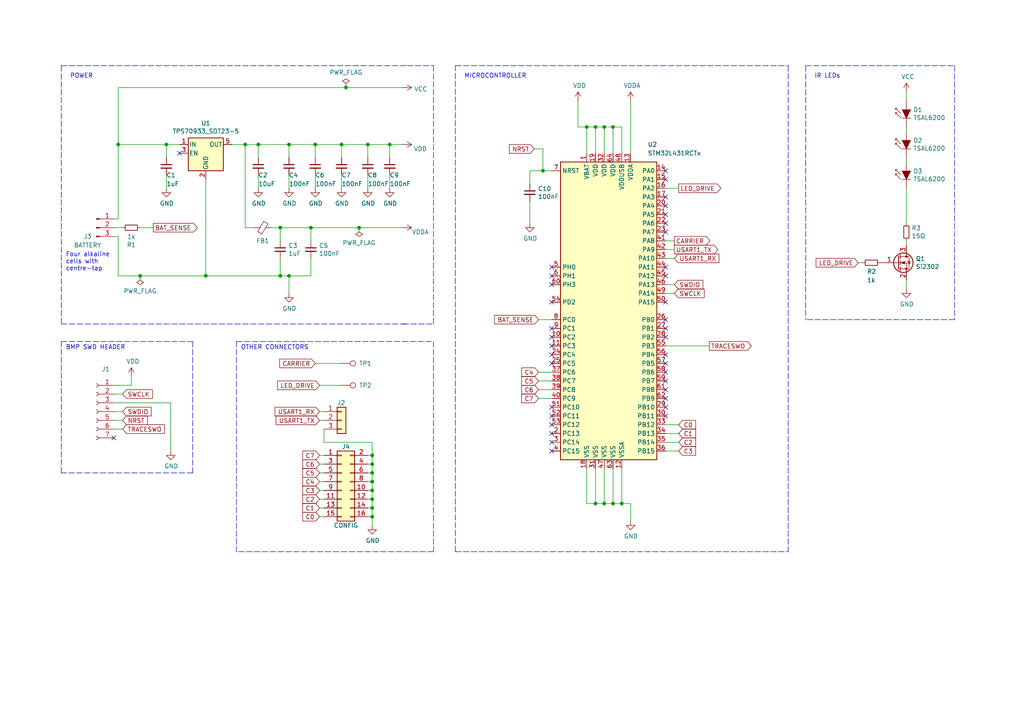
<source format=kicad_sch>
(kicad_sch (version 20211123) (generator eeschema)
  (paper "A4")
  (lib_symbols
    (symbol "00-local:STM32L431RCTx"
      (property "Reference" "U" (at -15.24 44.45 0))
      (property "Value" "STM32L431RCTx" (at 7.62 44.45 0))
      (symbol "STM32L431RCTx_0_1"
        (rectangle (start -15.24 -43.18) (end 12.7 43.18) (stroke (width 0.254)) (fill (type background)))
      )
      (symbol "STM32L431RCTx_1_1"
        (pin power_in line (at -7.62 45.72 270) (length 2.54) (name "VBAT") (number "1"))
        (pin bidirectional line (at -17.78 -7.62 0) (length 2.54) (name "PC2") (number "10"))
        (pin bidirectional line (at -17.78 -10.16 0) (length 2.54) (name "PC3") (number "11"))
        (pin power_in line (at 2.54 -45.72 90) (length 2.54) (name "VSSA") (number "12"))
        (pin power_in line (at 5.08 45.72 270) (length 2.54) (name "VDDA") (number "13"))
        (pin bidirectional line (at 15.24 40.64 180) (length 2.54) (name "PA0") (number "14"))
        (pin bidirectional line (at 15.24 38.1 180) (length 2.54) (name "PA1") (number "15"))
        (pin bidirectional line (at 15.24 35.56 180) (length 2.54) (name "PA2") (number "16"))
        (pin bidirectional line (at 15.24 33.02 180) (length 2.54) (name "PA3") (number "17"))
        (pin power_in line (at -7.62 -45.72 90) (length 2.54) (name "VSS") (number "18"))
        (pin power_in line (at -5.08 45.72 270) (length 2.54) (name "VDD") (number "19"))
        (pin bidirectional line (at -17.78 -35.56 0) (length 2.54) (name "PC13") (number "2"))
        (pin bidirectional line (at 15.24 30.48 180) (length 2.54) (name "PA4") (number "20"))
        (pin bidirectional line (at 15.24 27.94 180) (length 2.54) (name "PA5") (number "21"))
        (pin bidirectional line (at 15.24 25.4 180) (length 2.54) (name "PA6") (number "22"))
        (pin bidirectional line (at 15.24 22.86 180) (length 2.54) (name "PA7") (number "23"))
        (pin bidirectional line (at -17.78 -12.7 0) (length 2.54) (name "PC4") (number "24"))
        (pin bidirectional line (at -17.78 -15.24 0) (length 2.54) (name "PC5") (number "25"))
        (pin bidirectional line (at 15.24 -2.54 180) (length 2.54) (name "PB0") (number "26"))
        (pin bidirectional line (at 15.24 -5.08 180) (length 2.54) (name "PB1") (number "27"))
        (pin bidirectional line (at 15.24 -7.62 180) (length 2.54) (name "PB2") (number "28"))
        (pin bidirectional line (at 15.24 -27.94 180) (length 2.54) (name "PB10") (number "29"))
        (pin bidirectional line (at -17.78 -38.1 0) (length 2.54) (name "PC14") (number "3"))
        (pin bidirectional line (at 15.24 -30.48 180) (length 2.54) (name "PB11") (number "30"))
        (pin power_in line (at -5.08 -45.72 90) (length 2.54) (name "VSS") (number "31"))
        (pin power_in line (at -2.54 45.72 270) (length 2.54) (name "VDD") (number "32"))
        (pin bidirectional line (at 15.24 -33.02 180) (length 2.54) (name "PB12") (number "33"))
        (pin bidirectional line (at 15.24 -35.56 180) (length 2.54) (name "PB13") (number "34"))
        (pin bidirectional line (at 15.24 -38.1 180) (length 2.54) (name "PB14") (number "35"))
        (pin bidirectional line (at 15.24 -40.64 180) (length 2.54) (name "PB15") (number "36"))
        (pin bidirectional line (at -17.78 -17.78 0) (length 2.54) (name "PC6") (number "37"))
        (pin bidirectional line (at -17.78 -20.32 0) (length 2.54) (name "PC7") (number "38"))
        (pin bidirectional line (at -17.78 -22.86 0) (length 2.54) (name "PC8") (number "39"))
        (pin bidirectional line (at -17.78 -40.64 0) (length 2.54) (name "PC15") (number "4"))
        (pin bidirectional line (at -17.78 -25.4 0) (length 2.54) (name "PC9") (number "40"))
        (pin bidirectional line (at 15.24 20.32 180) (length 2.54) (name "PA8") (number "41"))
        (pin bidirectional line (at 15.24 17.78 180) (length 2.54) (name "PA9") (number "42"))
        (pin bidirectional line (at 15.24 15.24 180) (length 2.54) (name "PA10") (number "43"))
        (pin bidirectional line (at 15.24 12.7 180) (length 2.54) (name "PA11") (number "44"))
        (pin bidirectional line (at 15.24 10.16 180) (length 2.54) (name "PA12") (number "45"))
        (pin bidirectional line (at 15.24 7.62 180) (length 2.54) (name "PA13") (number "46"))
        (pin power_in line (at -2.54 -45.72 90) (length 2.54) (name "VSS") (number "47"))
        (pin power_in line (at 2.54 45.72 270) (length 2.54) (name "VDDUSB") (number "48"))
        (pin bidirectional line (at 15.24 5.08 180) (length 2.54) (name "PA14") (number "49"))
        (pin input line (at -17.78 12.7 0) (length 2.54) (name "PH0") (number "5"))
        (pin bidirectional line (at 15.24 2.54 180) (length 2.54) (name "PA15") (number "50"))
        (pin bidirectional line (at -17.78 -27.94 0) (length 2.54) (name "PC10") (number "51"))
        (pin bidirectional line (at -17.78 -30.48 0) (length 2.54) (name "PC11") (number "52"))
        (pin bidirectional line (at -17.78 -33.02 0) (length 2.54) (name "PC12") (number "53"))
        (pin bidirectional line (at -17.78 2.54 0) (length 2.54) (name "PD2") (number "54"))
        (pin bidirectional line (at 15.24 -10.16 180) (length 2.54) (name "PB3") (number "55"))
        (pin bidirectional line (at 15.24 -12.7 180) (length 2.54) (name "PB4") (number "56"))
        (pin bidirectional line (at 15.24 -15.24 180) (length 2.54) (name "PB5") (number "57"))
        (pin bidirectional line (at 15.24 -17.78 180) (length 2.54) (name "PB6") (number "58"))
        (pin bidirectional line (at 15.24 -20.32 180) (length 2.54) (name "PB7") (number "59"))
        (pin input line (at -17.78 10.16 0) (length 2.54) (name "PH1") (number "6"))
        (pin bidirectional line (at -17.78 7.62 0) (length 2.54) (name "PH3") (number "60"))
        (pin bidirectional line (at 15.24 -22.86 180) (length 2.54) (name "PB8") (number "61"))
        (pin bidirectional line (at 15.24 -25.4 180) (length 2.54) (name "PB9") (number "62"))
        (pin power_in line (at 0 -45.72 90) (length 2.54) (name "VSS") (number "63"))
        (pin power_in line (at 0 45.72 270) (length 2.54) (name "VDD") (number "64"))
        (pin input line (at -17.78 40.64 0) (length 2.54) (name "NRST") (number "7"))
        (pin bidirectional line (at -17.78 -2.54 0) (length 2.54) (name "PC0") (number "8"))
        (pin bidirectional line (at -17.78 -5.08 0) (length 2.54) (name "PC1") (number "9"))
      )
    )
    (symbol "00-local:Si2302" (pin_names (offset 0) hide)
      (property "Reference" "Q" (at 5.08 1.905 0))
      (property "Value" "Si2302" (at 5.08 0 0))
      (symbol "Si2302_0_1"
        (polyline (pts (xy 0.762 -1.778) (xy 2.54 -1.778)))
        (polyline (pts (xy 0.762 -1.27) (xy 0.762 -2.286)) (stroke (width 0.254)))
        (polyline (pts (xy 0.762 0) (xy 2.54 0)))
        (polyline (pts (xy 0.762 0.508) (xy 0.762 -0.508)) (stroke (width 0.254)))
        (polyline (pts (xy 0.762 1.778) (xy 2.54 1.778)))
        (polyline (pts (xy 0.762 2.286) (xy 0.762 1.27)) (stroke (width 0.254)))
        (polyline (pts (xy 2.54 -1.778) (xy 2.54 -2.54)))
        (polyline (pts (xy 2.54 -1.778) (xy 2.54 0)))
        (polyline (pts (xy 2.54 2.54) (xy 2.54 1.778)))
        (polyline (pts (xy 0.254 1.905) (xy 0.254 -1.905) (xy 0.254 -1.905)) (stroke (width 0.254)))
        (polyline (pts (xy 1.016 0) (xy 2.032 0.381) (xy 2.032 -0.381) (xy 1.016 0)) (fill (type outline)))
        (polyline (pts (xy 2.54 -1.778) (xy 3.302 -1.778) (xy 3.302 1.778) (xy 2.54 1.778)))
        (polyline (pts (xy 2.794 0.508) (xy 2.921 0.381) (xy 3.683 0.381) (xy 3.81 0.254)))
        (polyline (pts (xy 3.302 0.381) (xy 2.921 -0.254) (xy 3.683 -0.254) (xy 3.302 0.381)))
        (circle (center 1.651 0) (radius 2.8194) (stroke (width 0.254)))
        (circle (center 2.54 -1.778) (radius 0.2794) (fill (type outline)))
        (circle (center 2.54 1.778) (radius 0.2794) (fill (type outline)))
      )
      (symbol "Si2302_1_1"
        (pin input line (at -5.08 0 0) (length 5.334) (name "G") (number "1"))
        (pin passive line (at 2.54 -5.08 90) (length 2.54) (name "S") (number "2"))
        (pin passive line (at 2.54 5.08 270) (length 2.54) (name "D") (number "3"))
      )
    )
    (symbol "00-local:TPS70933_SOT23-5" (pin_names (offset 0.254))
      (property "Reference" "U" (at -3.81 5.715 0))
      (property "Value" "TPS70933_SOT23-5" (at 0 5.715 0))
      (symbol "TPS70933_SOT23-5_0_1"
        (rectangle (start -5.08 4.445) (end 5.08 -5.08) (stroke (width 0.254)) (fill (type background)))
      )
      (symbol "TPS70933_SOT23-5_1_1"
        (pin power_in line (at -7.62 2.54 0) (length 2.54) (name "IN") (number "1"))
        (pin power_in line (at 0 -7.62 90) (length 2.54) (name "GND") (number "2"))
        (pin input line (at -7.62 0 0) (length 2.54) (name "EN") (number "3"))
        (pin no_connect line (at 7.62 0 180) (length 2.54) hide (name "NC") (number "4"))
        (pin power_out line (at 7.62 2.54 180) (length 2.54) (name "OUT") (number "5"))
      )
    )
    (symbol "00-local:TSAL6200" (pin_numbers hide) (pin_names (offset 1.016) hide)
      (property "Reference" "D" (at 0.508 1.778 0))
      (property "Value" "TSAL6200" (at -1.016 -2.794 0))
      (symbol "TSAL6200_0_1"
        (polyline (pts (xy -2.54 1.27) (xy -2.54 -1.27)) (stroke (width 0.1524)))
        (polyline (pts (xy 0.381 3.175) (xy -0.127 3.175)))
        (polyline (pts (xy -1.143 1.651) (xy 0.381 3.175) (xy 0.381 2.667)))
        (polyline (pts (xy 0 1.27) (xy -2.54 0) (xy 0 -1.27)) (fill (type outline)))
        (polyline (pts (xy -2.413 1.651) (xy -0.889 3.175) (xy -0.889 2.667) (xy -0.889 3.175) (xy -1.397 3.175)))
      )
      (symbol "TSAL6200_1_1"
        (pin passive line (at -5.08 0 0) (length 2.54) (name "K") (number "1"))
        (pin passive line (at 2.54 0 180) (length 2.54) (name "A") (number "2"))
      )
    )
    (symbol "Connector:Conn_01x03_Male" (pin_names (offset 1.016) hide)
      (property "Reference" "J" (at 0 5.08 0))
      (property "Value" "Conn_01x03_Male" (at 0 -5.08 0))
      (symbol "Conn_01x03_Male_1_1"
        (polyline (pts (xy 1.27 -2.54) (xy 0.8636 -2.54)) (stroke (width 0.1524)))
        (polyline (pts (xy 1.27 0) (xy 0.8636 0)) (stroke (width 0.1524)))
        (polyline (pts (xy 1.27 2.54) (xy 0.8636 2.54)) (stroke (width 0.1524)))
        (rectangle (start 0.8636 -2.413) (end 0 -2.667) (stroke (width 0.1524)) (fill (type outline)))
        (rectangle (start 0.8636 0.127) (end 0 -0.127) (stroke (width 0.1524)) (fill (type outline)))
        (rectangle (start 0.8636 2.667) (end 0 2.413) (stroke (width 0.1524)) (fill (type outline)))
        (pin passive line (at 5.08 2.54 180) (length 3.81) (name "Pin_1") (number "1"))
        (pin passive line (at 5.08 0 180) (length 3.81) (name "Pin_2") (number "2"))
        (pin passive line (at 5.08 -2.54 180) (length 3.81) (name "Pin_3") (number "3"))
      )
    )
    (symbol "Connector:Conn_01x07_Female" (pin_names (offset 1.016) hide)
      (property "Reference" "J" (at 0 10.16 0))
      (property "Value" "Conn_01x07_Female" (at 0 -10.16 0))
      (symbol "Conn_01x07_Female_1_1"
        (arc (start 0 -7.112) (mid -0.508 -7.62) (end 0 -8.128) (stroke (width 0.1524)))
        (arc (start 0 -4.572) (mid -0.508 -5.08) (end 0 -5.588) (stroke (width 0.1524)))
        (arc (start 0 -2.032) (mid -0.508 -2.54) (end 0 -3.048) (stroke (width 0.1524)))
        (polyline (pts (xy -1.27 -7.62) (xy -0.508 -7.62)) (stroke (width 0.1524)))
        (polyline (pts (xy -1.27 -5.08) (xy -0.508 -5.08)) (stroke (width 0.1524)))
        (polyline (pts (xy -1.27 -2.54) (xy -0.508 -2.54)) (stroke (width 0.1524)))
        (polyline (pts (xy -1.27 0) (xy -0.508 0)) (stroke (width 0.1524)))
        (polyline (pts (xy -1.27 2.54) (xy -0.508 2.54)) (stroke (width 0.1524)))
        (polyline (pts (xy -1.27 5.08) (xy -0.508 5.08)) (stroke (width 0.1524)))
        (polyline (pts (xy -1.27 7.62) (xy -0.508 7.62)) (stroke (width 0.1524)))
        (arc (start 0 0.508) (mid -0.508 0) (end 0 -0.508) (stroke (width 0.1524)))
        (arc (start 0 3.048) (mid -0.508 2.54) (end 0 2.032) (stroke (width 0.1524)))
        (arc (start 0 5.588) (mid -0.508 5.08) (end 0 4.572) (stroke (width 0.1524)))
        (arc (start 0 8.128) (mid -0.508 7.62) (end 0 7.112) (stroke (width 0.1524)))
        (pin passive line (at -5.08 7.62 0) (length 3.81) (name "Pin_1") (number "1"))
        (pin passive line (at -5.08 5.08 0) (length 3.81) (name "Pin_2") (number "2"))
        (pin passive line (at -5.08 2.54 0) (length 3.81) (name "Pin_3") (number "3"))
        (pin passive line (at -5.08 0 0) (length 3.81) (name "Pin_4") (number "4"))
        (pin passive line (at -5.08 -2.54 0) (length 3.81) (name "Pin_5") (number "5"))
        (pin passive line (at -5.08 -5.08 0) (length 3.81) (name "Pin_6") (number "6"))
        (pin passive line (at -5.08 -7.62 0) (length 3.81) (name "Pin_7") (number "7"))
      )
    )
    (symbol "Connector:TestPoint" (pin_numbers hide) (pin_names (offset 0.762) hide)
      (property "Reference" "TP" (at 0 6.858 0))
      (property "Value" "TestPoint" (at 0 5.08 0))
      (symbol "TestPoint_0_1"
        (circle (center 0 3.302) (radius 0.762))
      )
      (symbol "TestPoint_1_1"
        (pin passive line (at 0 0 90) (length 2.54) (name "1") (number "1"))
      )
    )
    (symbol "Connector_Generic:Conn_01x03" (pin_names (offset 1.016) hide)
      (property "Reference" "J" (at 0 5.08 0))
      (property "Value" "Conn_01x03" (at 0 -5.08 0))
      (symbol "Conn_01x03_1_1"
        (rectangle (start -1.27 -2.413) (end 0 -2.667) (stroke (width 0.1524)))
        (rectangle (start -1.27 0.127) (end 0 -0.127) (stroke (width 0.1524)))
        (rectangle (start -1.27 2.667) (end 0 2.413) (stroke (width 0.1524)))
        (rectangle (start -1.27 3.81) (end 1.27 -3.81) (stroke (width 0.254)) (fill (type background)))
        (pin passive line (at -5.08 2.54 0) (length 3.81) (name "Pin_1") (number "1"))
        (pin passive line (at -5.08 0 0) (length 3.81) (name "Pin_2") (number "2"))
        (pin passive line (at -5.08 -2.54 0) (length 3.81) (name "Pin_3") (number "3"))
      )
    )
    (symbol "Connector_Generic:Conn_02x08_Odd_Even" (pin_names (offset 1.016) hide)
      (property "Reference" "J" (at 1.27 10.16 0))
      (property "Value" "Conn_02x08_Odd_Even" (at 1.27 -12.7 0))
      (symbol "Conn_02x08_Odd_Even_1_1"
        (rectangle (start -1.27 -10.033) (end 0 -10.287) (stroke (width 0.1524)))
        (rectangle (start -1.27 -7.493) (end 0 -7.747) (stroke (width 0.1524)))
        (rectangle (start -1.27 -4.953) (end 0 -5.207) (stroke (width 0.1524)))
        (rectangle (start -1.27 -2.413) (end 0 -2.667) (stroke (width 0.1524)))
        (rectangle (start -1.27 0.127) (end 0 -0.127) (stroke (width 0.1524)))
        (rectangle (start -1.27 2.667) (end 0 2.413) (stroke (width 0.1524)))
        (rectangle (start -1.27 5.207) (end 0 4.953) (stroke (width 0.1524)))
        (rectangle (start -1.27 7.747) (end 0 7.493) (stroke (width 0.1524)))
        (rectangle (start -1.27 8.89) (end 3.81 -11.43) (stroke (width 0.254)) (fill (type background)))
        (rectangle (start 3.81 -10.033) (end 2.54 -10.287) (stroke (width 0.1524)))
        (rectangle (start 3.81 -7.493) (end 2.54 -7.747) (stroke (width 0.1524)))
        (rectangle (start 3.81 -4.953) (end 2.54 -5.207) (stroke (width 0.1524)))
        (rectangle (start 3.81 -2.413) (end 2.54 -2.667) (stroke (width 0.1524)))
        (rectangle (start 3.81 0.127) (end 2.54 -0.127) (stroke (width 0.1524)))
        (rectangle (start 3.81 2.667) (end 2.54 2.413) (stroke (width 0.1524)))
        (rectangle (start 3.81 5.207) (end 2.54 4.953) (stroke (width 0.1524)))
        (rectangle (start 3.81 7.747) (end 2.54 7.493) (stroke (width 0.1524)))
        (pin passive line (at -5.08 7.62 0) (length 3.81) (name "Pin_1") (number "1"))
        (pin passive line (at 7.62 -2.54 180) (length 3.81) (name "Pin_10") (number "10"))
        (pin passive line (at -5.08 -5.08 0) (length 3.81) (name "Pin_11") (number "11"))
        (pin passive line (at 7.62 -5.08 180) (length 3.81) (name "Pin_12") (number "12"))
        (pin passive line (at -5.08 -7.62 0) (length 3.81) (name "Pin_13") (number "13"))
        (pin passive line (at 7.62 -7.62 180) (length 3.81) (name "Pin_14") (number "14"))
        (pin passive line (at -5.08 -10.16 0) (length 3.81) (name "Pin_15") (number "15"))
        (pin passive line (at 7.62 -10.16 180) (length 3.81) (name "Pin_16") (number "16"))
        (pin passive line (at 7.62 7.62 180) (length 3.81) (name "Pin_2") (number "2"))
        (pin passive line (at -5.08 5.08 0) (length 3.81) (name "Pin_3") (number "3"))
        (pin passive line (at 7.62 5.08 180) (length 3.81) (name "Pin_4") (number "4"))
        (pin passive line (at -5.08 2.54 0) (length 3.81) (name "Pin_5") (number "5"))
        (pin passive line (at 7.62 2.54 180) (length 3.81) (name "Pin_6") (number "6"))
        (pin passive line (at -5.08 0 0) (length 3.81) (name "Pin_7") (number "7"))
        (pin passive line (at 7.62 0 180) (length 3.81) (name "Pin_8") (number "8"))
        (pin passive line (at -5.08 -2.54 0) (length 3.81) (name "Pin_9") (number "9"))
      )
    )
    (symbol "Device:C_Small" (pin_numbers hide) (pin_names (offset 0.254) hide)
      (property "Reference" "C" (at 0.254 1.778 0))
      (property "Value" "C_Small" (at 0.254 -2.032 0))
      (symbol "C_Small_0_1"
        (polyline (pts (xy -1.524 -0.508) (xy 1.524 -0.508)) (stroke (width 0.3302)))
        (polyline (pts (xy -1.524 0.508) (xy 1.524 0.508)) (stroke (width 0.3048)))
      )
      (symbol "C_Small_1_1"
        (pin passive line (at 0 2.54 270) (length 2.032) (name "~") (number "1"))
        (pin passive line (at 0 -2.54 90) (length 2.032) (name "~") (number "2"))
      )
    )
    (symbol "Device:Ferrite_Bead_Small" (pin_numbers hide) (pin_names (offset 0))
      (property "Reference" "FB" (at 1.905 1.27 0))
      (property "Value" "Device_Ferrite_Bead_Small" (at 1.905 -1.27 0))
      (symbol "Ferrite_Bead_Small_0_1"
        (polyline (pts (xy 0 -1.27) (xy 0 -0.7874)))
        (polyline (pts (xy 0 0.889) (xy 0 1.2954)))
        (polyline (pts (xy -1.8288 0.2794) (xy -1.1176 1.4986) (xy 1.8288 -0.2032) (xy 1.1176 -1.4224) (xy -1.8288 0.2794)))
      )
      (symbol "Ferrite_Bead_Small_1_1"
        (pin passive line (at 0 2.54 270) (length 1.27) (name "~") (number "1"))
        (pin passive line (at 0 -2.54 90) (length 1.27) (name "~") (number "2"))
      )
    )
    (symbol "Device:R_Small" (pin_numbers hide) (pin_names (offset 0.254) hide)
      (property "Reference" "R" (at 0.762 0.508 0))
      (property "Value" "R_Small" (at 0.762 -1.016 0))
      (symbol "R_Small_0_1"
        (rectangle (start -0.762 1.778) (end 0.762 -1.778) (stroke (width 0.2032)))
      )
      (symbol "R_Small_1_1"
        (pin passive line (at 0 2.54 270) (length 0.762) (name "~") (number "1"))
        (pin passive line (at 0 -2.54 90) (length 0.762) (name "~") (number "2"))
      )
    )
    (symbol "power:GND" (power) (pin_names (offset 0))
      (property "Value" "GND" (at 0 -3.81 0))
      (symbol "GND_0_1"
        (polyline (pts (xy 0 0) (xy 0 -1.27) (xy 1.27 -1.27) (xy 0 -2.54) (xy -1.27 -1.27) (xy 0 -1.27)))
      )
      (symbol "GND_1_1"
        (pin power_in line (at 0 0 270) (length 0) hide (name "GND") (number "1"))
      )
    )
    (symbol "power:PWR_FLAG" (power) (pin_numbers hide) (pin_names (offset 0) hide)
      (property "Value" "PWR_FLAG" (at 0 3.81 0))
      (symbol "PWR_FLAG_0_0"
        (pin power_out line (at 0 0 90) (length 0) (name "pwr") (number "1"))
      )
      (symbol "PWR_FLAG_0_1"
        (polyline (pts (xy 0 0) (xy 0 1.27) (xy -1.016 1.905) (xy 0 2.54) (xy 1.016 1.905) (xy 0 1.27)))
      )
    )
    (symbol "power:VCC" (power) (pin_names (offset 0))
      (property "Value" "VCC" (at 0 3.81 0))
      (symbol "VCC_0_1"
        (polyline (pts (xy -0.762 1.27) (xy 0 2.54)))
        (polyline (pts (xy 0 0) (xy 0 2.54)))
        (polyline (pts (xy 0 2.54) (xy 0.762 1.27)))
      )
      (symbol "VCC_1_1"
        (pin power_in line (at 0 0 90) (length 0) hide (name "VCC") (number "1"))
      )
    )
    (symbol "power:VDD" (power) (pin_names (offset 0))
      (property "Value" "VDD" (at 0 3.81 0))
      (symbol "VDD_0_1"
        (polyline (pts (xy -0.762 1.27) (xy 0 2.54)))
        (polyline (pts (xy 0 0) (xy 0 2.54)))
        (polyline (pts (xy 0 2.54) (xy 0.762 1.27)))
      )
      (symbol "VDD_1_1"
        (pin power_in line (at 0 0 90) (length 0) hide (name "VDD") (number "1"))
      )
    )
    (symbol "power:VDDA" (power) (pin_names (offset 0))
      (property "Value" "VDDA" (at 0 3.81 0))
      (symbol "VDDA_0_1"
        (polyline (pts (xy -0.762 1.27) (xy 0 2.54)))
        (polyline (pts (xy 0 0) (xy 0 2.54)))
        (polyline (pts (xy 0 2.54) (xy 0.762 1.27)))
      )
      (symbol "VDDA_1_1"
        (pin power_in line (at 0 0 90) (length 0) hide (name "VDDA") (number "1"))
      )
    )
  )
  (junction (at 180.34 146.05))
  (junction (at 71.12 41.91))
  (junction (at 157.48 49.53))
  (junction (at 74.93 41.91))
  (junction (at 107.95 137.16))
  (junction (at 48.26 41.91))
  (junction (at 172.72 146.05))
  (junction (at 177.8 146.05))
  (junction (at 91.44 41.91))
  (junction (at 177.8 36.83))
  (junction (at 113.03 41.91))
  (junction (at 34.29 41.91))
  (junction (at 40.64 80.01))
  (junction (at 107.95 139.7))
  (junction (at 107.95 132.08))
  (junction (at 83.82 80.01))
  (junction (at 170.18 36.83))
  (junction (at 107.95 149.86))
  (junction (at 175.26 146.05))
  (junction (at 90.17 66.04))
  (junction (at 104.14 66.04))
  (junction (at 83.82 41.91))
  (junction (at 81.28 80.01))
  (junction (at 81.28 66.04))
  (junction (at 106.68 41.91))
  (junction (at 99.06 41.91))
  (junction (at 172.72 36.83))
  (junction (at 100.33 25.4))
  (junction (at 107.95 142.24))
  (junction (at 175.26 36.83))
  (junction (at 107.95 144.78))
  (junction (at 59.69 80.01))
  (junction (at 107.95 134.62))
  (junction (at 107.95 147.32))
  (no_connect (at 193.04 120.65))
  (no_connect (at 193.04 107.95))
  (no_connect (at 193.04 105.41))
  (no_connect (at 160.02 87.63))
  (no_connect (at 193.04 64.77))
  (no_connect (at 193.04 113.03))
  (no_connect (at 193.04 52.07))
  (no_connect (at 160.02 123.19))
  (no_connect (at 52.07 44.45))
  (no_connect (at 193.04 92.71))
  (no_connect (at 160.02 125.73))
  (no_connect (at 160.02 80.01))
  (no_connect (at 193.04 62.23))
  (no_connect (at 160.02 97.79))
  (no_connect (at 193.04 77.47))
  (no_connect (at 33.02 127))
  (no_connect (at 193.04 57.15))
  (no_connect (at 160.02 130.81))
  (no_connect (at 160.02 100.33))
  (no_connect (at 193.04 49.53))
  (no_connect (at 193.04 59.69))
  (no_connect (at 160.02 77.47))
  (no_connect (at 160.02 128.27))
  (no_connect (at 160.02 120.65))
  (no_connect (at 193.04 110.49))
  (no_connect (at 160.02 118.11))
  (no_connect (at 193.04 115.57))
  (no_connect (at 193.04 95.25))
  (no_connect (at 160.02 102.87))
  (no_connect (at 160.02 95.25))
  (no_connect (at 193.04 102.87))
  (no_connect (at 193.04 97.79))
  (no_connect (at 193.04 87.63))
  (no_connect (at 193.04 80.01))
  (no_connect (at 160.02 82.55))
  (no_connect (at 193.04 67.31))
  (no_connect (at 193.04 118.11))
  (no_connect (at 160.02 105.41))
  (wire (pts (xy 33.02 68.58) (xy 34.29 68.58)))
  (wire (pts (xy 107.95 134.62) (xy 107.95 137.16)))
  (wire (pts (xy 48.26 41.91) (xy 48.26 45.72)))
  (wire (pts (xy 113.03 50.8) (xy 113.03 54.61)))
  (wire (pts (xy 205.74 100.33) (xy 193.04 100.33)))
  (wire (pts (xy 182.88 44.45) (xy 182.88 29.21)))
  (wire (pts (xy 193.04 74.93) (xy 195.58 74.93)))
  (polyline (pts (xy 17.78 93.98) (xy 118.11 93.98)))
  (wire (pts (xy 81.28 74.93) (xy 81.28 80.01)))
  (wire (pts (xy 175.26 146.05) (xy 177.8 146.05)))
  (polyline (pts (xy 68.58 99.06) (xy 125.73 99.06)))
  (wire (pts (xy 106.68 149.86) (xy 107.95 149.86)))
  (wire (pts (xy 67.31 41.91) (xy 71.12 41.91)))
  (wire (pts (xy 107.95 132.08) (xy 107.95 134.62)))
  (polyline (pts (xy 55.88 137.16) (xy 17.78 137.16)))
  (polyline (pts (xy 17.78 19.05) (xy 118.11 19.05)))
  (wire (pts (xy 175.26 135.89) (xy 175.26 146.05)))
  (wire (pts (xy 99.06 45.72) (xy 99.06 41.91)))
  (wire (pts (xy 106.68 132.08) (xy 107.95 132.08)))
  (wire (pts (xy 262.89 54.61) (xy 262.89 64.77)))
  (wire (pts (xy 90.17 66.04) (xy 90.17 69.85)))
  (wire (pts (xy 71.12 41.91) (xy 71.12 66.04)))
  (wire (pts (xy 34.29 68.58) (xy 34.29 80.01)))
  (wire (pts (xy 153.67 49.53) (xy 157.48 49.53)))
  (wire (pts (xy 156.21 115.57) (xy 160.02 115.57)))
  (wire (pts (xy 156.21 92.71) (xy 160.02 92.71)))
  (wire (pts (xy 81.28 80.01) (xy 83.82 80.01)))
  (wire (pts (xy 106.68 147.32) (xy 107.95 147.32)))
  (wire (pts (xy 74.93 45.72) (xy 74.93 41.91)))
  (wire (pts (xy 92.71 121.92) (xy 93.98 121.92)))
  (wire (pts (xy 156.21 113.03) (xy 160.02 113.03)))
  (wire (pts (xy 33.02 119.38) (xy 35.56 119.38)))
  (wire (pts (xy 92.71 134.62) (xy 93.98 134.62)))
  (wire (pts (xy 40.64 80.01) (xy 59.69 80.01)))
  (polyline (pts (xy 125.73 160.02) (xy 68.58 160.02)))
  (polyline (pts (xy 125.73 99.06) (xy 125.73 160.02)))
  (polyline (pts (xy 116.84 93.98) (xy 125.73 93.98)))
  (wire (pts (xy 106.68 134.62) (xy 107.95 134.62)))
  (wire (pts (xy 193.04 130.81) (xy 196.85 130.81)))
  (wire (pts (xy 170.18 135.89) (xy 170.18 146.05)))
  (wire (pts (xy 92.71 147.32) (xy 93.98 147.32)))
  (wire (pts (xy 74.93 41.91) (xy 71.12 41.91)))
  (wire (pts (xy 175.26 36.83) (xy 175.26 44.45)))
  (polyline (pts (xy 276.86 19.05) (xy 276.86 92.71)))
  (wire (pts (xy 92.71 144.78) (xy 93.98 144.78)))
  (wire (pts (xy 99.06 41.91) (xy 106.68 41.91)))
  (wire (pts (xy 52.07 44.45) (xy 53.34 44.45)))
  (wire (pts (xy 83.82 41.91) (xy 91.44 41.91)))
  (wire (pts (xy 34.29 80.01) (xy 40.64 80.01)))
  (wire (pts (xy 157.48 49.53) (xy 160.02 49.53)))
  (wire (pts (xy 48.26 50.8) (xy 48.26 54.61)))
  (wire (pts (xy 154.94 43.18) (xy 157.48 43.18)))
  (wire (pts (xy 193.04 82.55) (xy 195.58 82.55)))
  (wire (pts (xy 74.93 50.8) (xy 74.93 54.61)))
  (polyline (pts (xy 55.88 99.06) (xy 55.88 137.16)))
  (wire (pts (xy 92.71 142.24) (xy 93.98 142.24)))
  (wire (pts (xy 172.72 36.83) (xy 175.26 36.83)))
  (wire (pts (xy 113.03 41.91) (xy 106.68 41.91)))
  (wire (pts (xy 91.44 45.72) (xy 91.44 41.91)))
  (wire (pts (xy 180.34 146.05) (xy 180.34 135.89)))
  (wire (pts (xy 193.04 123.19) (xy 196.85 123.19)))
  (wire (pts (xy 106.68 142.24) (xy 107.95 142.24)))
  (wire (pts (xy 91.44 105.41) (xy 99.06 105.41)))
  (wire (pts (xy 193.04 72.39) (xy 195.58 72.39)))
  (polyline (pts (xy 68.58 99.06) (xy 68.58 160.02)))
  (wire (pts (xy 167.64 29.21) (xy 167.64 36.83)))
  (wire (pts (xy 71.12 66.04) (xy 73.66 66.04)))
  (wire (pts (xy 106.68 137.16) (xy 107.95 137.16)))
  (wire (pts (xy 33.02 124.46) (xy 35.56 124.46)))
  (wire (pts (xy 262.89 36.83) (xy 262.89 38.1)))
  (wire (pts (xy 107.95 147.32) (xy 107.95 149.86)))
  (wire (pts (xy 59.69 80.01) (xy 81.28 80.01)))
  (wire (pts (xy 180.34 36.83) (xy 180.34 44.45)))
  (wire (pts (xy 170.18 146.05) (xy 172.72 146.05)))
  (polyline (pts (xy 118.11 19.05) (xy 125.73 19.05)))
  (wire (pts (xy 153.67 58.42) (xy 153.67 64.77)))
  (wire (pts (xy 81.28 66.04) (xy 90.17 66.04)))
  (polyline (pts (xy 132.08 160.02) (xy 228.6 160.02)))
  (wire (pts (xy 48.26 41.91) (xy 52.07 41.91)))
  (wire (pts (xy 93.98 124.46) (xy 93.98 128.27)))
  (wire (pts (xy 92.71 139.7) (xy 93.98 139.7)))
  (polyline (pts (xy 228.6 19.05) (xy 228.6 160.02)))
  (wire (pts (xy 34.29 25.4) (xy 100.33 25.4)))
  (wire (pts (xy 106.68 50.8) (xy 106.68 54.61)))
  (wire (pts (xy 180.34 146.05) (xy 182.88 146.05)))
  (wire (pts (xy 262.89 69.85) (xy 262.89 71.12)))
  (wire (pts (xy 170.18 36.83) (xy 172.72 36.83)))
  (wire (pts (xy 177.8 135.89) (xy 177.8 146.05)))
  (wire (pts (xy 177.8 36.83) (xy 177.8 44.45)))
  (wire (pts (xy 193.04 54.61) (xy 196.85 54.61)))
  (wire (pts (xy 83.82 80.01) (xy 90.17 80.01)))
  (wire (pts (xy 172.72 135.89) (xy 172.72 146.05)))
  (wire (pts (xy 107.95 149.86) (xy 107.95 152.4)))
  (wire (pts (xy 104.14 66.04) (xy 116.84 66.04)))
  (wire (pts (xy 156.21 107.95) (xy 160.02 107.95)))
  (wire (pts (xy 90.17 74.93) (xy 90.17 80.01)))
  (polyline (pts (xy 17.78 137.16) (xy 17.78 99.06)))
  (wire (pts (xy 113.03 45.72) (xy 113.03 41.91)))
  (wire (pts (xy 107.95 144.78) (xy 107.95 147.32)))
  (wire (pts (xy 35.56 66.04) (xy 33.02 66.04)))
  (wire (pts (xy 172.72 36.83) (xy 172.72 44.45)))
  (wire (pts (xy 33.02 111.76) (xy 38.1 111.76)))
  (wire (pts (xy 153.67 53.34) (xy 153.67 49.53)))
  (polyline (pts (xy 17.78 99.06) (xy 55.88 99.06)))
  (wire (pts (xy 177.8 146.05) (xy 180.34 146.05)))
  (wire (pts (xy 59.69 52.07) (xy 59.69 80.01)))
  (wire (pts (xy 81.28 66.04) (xy 81.28 69.85)))
  (wire (pts (xy 38.1 111.76) (xy 38.1 109.22)))
  (polyline (pts (xy 276.86 92.71) (xy 233.68 92.71)))
  (wire (pts (xy 106.68 144.78) (xy 107.95 144.78)))
  (wire (pts (xy 100.33 25.4) (xy 116.84 25.4)))
  (wire (pts (xy 262.89 45.72) (xy 262.89 46.99)))
  (wire (pts (xy 33.02 63.5) (xy 34.29 63.5)))
  (wire (pts (xy 107.95 128.27) (xy 107.95 132.08)))
  (wire (pts (xy 107.95 142.24) (xy 107.95 144.78)))
  (wire (pts (xy 93.98 128.27) (xy 107.95 128.27)))
  (wire (pts (xy 34.29 25.4) (xy 34.29 41.91)))
  (wire (pts (xy 262.89 81.28) (xy 262.89 83.82)))
  (wire (pts (xy 116.84 41.91) (xy 113.03 41.91)))
  (wire (pts (xy 92.71 137.16) (xy 93.98 137.16)))
  (wire (pts (xy 107.95 137.16) (xy 107.95 139.7)))
  (wire (pts (xy 170.18 44.45) (xy 170.18 36.83)))
  (wire (pts (xy 248.92 76.2) (xy 250.19 76.2)))
  (polyline (pts (xy 233.68 19.05) (xy 276.86 19.05)))
  (wire (pts (xy 44.45 66.04) (xy 40.64 66.04)))
  (wire (pts (xy 92.71 119.38) (xy 93.98 119.38)))
  (wire (pts (xy 74.93 41.91) (xy 83.82 41.91)))
  (wire (pts (xy 175.26 36.83) (xy 177.8 36.83)))
  (wire (pts (xy 83.82 80.01) (xy 83.82 85.09)))
  (wire (pts (xy 157.48 43.18) (xy 157.48 49.53)))
  (wire (pts (xy 91.44 41.91) (xy 99.06 41.91)))
  (polyline (pts (xy 233.68 19.05) (xy 233.68 92.71)))
  (wire (pts (xy 33.02 114.3) (xy 35.56 114.3)))
  (wire (pts (xy 193.04 128.27) (xy 196.85 128.27)))
  (wire (pts (xy 83.82 45.72) (xy 83.82 41.91)))
  (wire (pts (xy 193.04 85.09) (xy 195.58 85.09)))
  (wire (pts (xy 167.64 36.83) (xy 170.18 36.83)))
  (wire (pts (xy 90.17 66.04) (xy 104.14 66.04)))
  (wire (pts (xy 91.44 50.8) (xy 91.44 54.61)))
  (wire (pts (xy 193.04 125.73) (xy 196.85 125.73)))
  (wire (pts (xy 177.8 36.83) (xy 180.34 36.83)))
  (wire (pts (xy 172.72 146.05) (xy 175.26 146.05)))
  (wire (pts (xy 262.89 26.67) (xy 262.89 29.21)))
  (wire (pts (xy 99.06 50.8) (xy 99.06 54.61)))
  (wire (pts (xy 78.74 66.04) (xy 81.28 66.04)))
  (wire (pts (xy 49.53 130.81) (xy 49.53 116.84)))
  (polyline (pts (xy 132.08 160.02) (xy 132.08 19.05)))
  (wire (pts (xy 107.95 139.7) (xy 107.95 142.24)))
  (wire (pts (xy 83.82 50.8) (xy 83.82 54.61)))
  (polyline (pts (xy 17.78 19.05) (xy 17.78 93.98)))
  (wire (pts (xy 34.29 41.91) (xy 48.26 41.91)))
  (wire (pts (xy 33.02 121.92) (xy 35.56 121.92)))
  (wire (pts (xy 92.71 132.08) (xy 93.98 132.08)))
  (wire (pts (xy 106.68 45.72) (xy 106.68 41.91)))
  (wire (pts (xy 34.29 41.91) (xy 34.29 63.5)))
  (polyline (pts (xy 132.08 19.05) (xy 228.6 19.05)))
  (polyline (pts (xy 125.73 19.05) (xy 125.73 93.98)))
  (wire (pts (xy 92.71 149.86) (xy 93.98 149.86)))
  (wire (pts (xy 195.58 69.85) (xy 193.04 69.85)))
  (wire (pts (xy 156.21 110.49) (xy 160.02 110.49)))
  (wire (pts (xy 49.53 116.84) (xy 33.02 116.84)))
  (wire (pts (xy 106.68 139.7) (xy 107.95 139.7)))
  (wire (pts (xy 92.71 111.76) (xy 99.06 111.76)))
  (wire (pts (xy 182.88 146.05) (xy 182.88 151.13)))
  (text "BMP SWD HEADER\n" (at 19.05 101.6 0) (effects (font (size 1.27 1.27)) (justify left bottom)))
  (text "IR LEDs\n" (at 236.22 22.86 0) (effects (font (size 1.27 1.27)) (justify left bottom)))
  (text "MICROCONTROLLER\n" (at 134.62 22.86 0) (effects (font (size 1.27 1.27)) (justify left bottom)))
  (text "OTHER CONNECTORS\n" (at 69.85 101.6 0) (effects (font (size 1.27 1.27)) (justify left bottom)))
  (text "POWER\n" (at 20.32 22.86 0) (effects (font (size 1.27 1.27)) (justify left bottom)))
  (text "Four alkaline \ncells with \ncentre-tap" (at 19.05 78.74 0) (effects (font (size 1.27 1.27)) (justify left bottom)))
  (global_label "C2" (shape input) (at 196.85 128.27 0) (property "Intersheet References" "${INTERSHEET_REFS}" (effects hide)))
  (global_label "C4" (shape input) (at 92.71 139.7 180) (property "Intersheet References" "${INTERSHEET_REFS}" (effects hide)))
  (global_label "C0" (shape input) (at 92.71 149.86 180) (property "Intersheet References" "${INTERSHEET_REFS}" (effects hide)))
  (global_label "C3" (shape input) (at 196.85 130.81 0) (property "Intersheet References" "${INTERSHEET_REFS}" (effects hide)))
  (global_label "USART1_RX" (shape input) (at 92.71 119.38 180) (property "Intersheet References" "${INTERSHEET_REFS}" (effects hide)))
  (global_label "NRST" (shape input) (at 154.94 43.18 180) (property "Intersheet References" "${INTERSHEET_REFS}" (effects hide)))
  (global_label "C0" (shape input) (at 196.85 123.19 0) (property "Intersheet References" "${INTERSHEET_REFS}" (effects hide)))
  (global_label "C7" (shape input) (at 92.71 132.08 180) (property "Intersheet References" "${INTERSHEET_REFS}" (effects hide)))
  (global_label "USART1_TX" (shape output) (at 195.58 72.39 0) (property "Intersheet References" "${INTERSHEET_REFS}" (effects hide)))
  (global_label "USART1_TX" (shape input) (at 92.71 121.92 180) (property "Intersheet References" "${INTERSHEET_REFS}" (effects hide)))
  (global_label "BAT_SENSE" (shape output) (at 44.45 66.04 0) (property "Intersheet References" "${INTERSHEET_REFS}" (effects hide)))
  (global_label "C5" (shape input) (at 156.21 110.49 180) (property "Intersheet References" "${INTERSHEET_REFS}" (effects hide)))
  (global_label "CARRIER" (shape output) (at 195.58 69.85 0) (property "Intersheet References" "${INTERSHEET_REFS}" (effects hide)))
  (global_label "LED_DRIVE" (shape input) (at 92.71 111.76 180) (property "Intersheet References" "${INTERSHEET_REFS}" (effects hide)))
  (global_label "SWCLK" (shape input) (at 195.58 85.09 0) (property "Intersheet References" "${INTERSHEET_REFS}" (effects hide)))
  (global_label "C3" (shape input) (at 92.71 142.24 180) (property "Intersheet References" "${INTERSHEET_REFS}" (effects hide)))
  (global_label "TRACESWO" (shape output) (at 205.74 100.33 0) (property "Intersheet References" "${INTERSHEET_REFS}" (effects hide)))
  (global_label "LED_DRIVE" (shape output) (at 196.85 54.61 0) (property "Intersheet References" "${INTERSHEET_REFS}" (effects hide)))
  (global_label "C1" (shape input) (at 196.85 125.73 0) (property "Intersheet References" "${INTERSHEET_REFS}" (effects hide)))
  (global_label "NRST" (shape input) (at 35.56 121.92 0) (property "Intersheet References" "${INTERSHEET_REFS}" (effects hide)))
  (global_label "BAT_SENSE" (shape input) (at 156.21 92.71 180) (property "Intersheet References" "${INTERSHEET_REFS}" (effects hide)))
  (global_label "TRACESWO" (shape input) (at 35.56 124.46 0) (property "Intersheet References" "${INTERSHEET_REFS}" (effects hide)))
  (global_label "SWDIO" (shape input) (at 195.58 82.55 0) (property "Intersheet References" "${INTERSHEET_REFS}" (effects hide)))
  (global_label "CARRIER" (shape input) (at 91.44 105.41 180) (property "Intersheet References" "${INTERSHEET_REFS}" (effects hide)))
  (global_label "C1" (shape input) (at 92.71 147.32 180) (property "Intersheet References" "${INTERSHEET_REFS}" (effects hide)))
  (global_label "C5" (shape input) (at 92.71 137.16 180) (property "Intersheet References" "${INTERSHEET_REFS}" (effects hide)))
  (global_label "SWDIO" (shape input) (at 35.56 119.38 0) (property "Intersheet References" "${INTERSHEET_REFS}" (effects hide)))
  (global_label "C4" (shape input) (at 156.21 107.95 180) (property "Intersheet References" "${INTERSHEET_REFS}" (effects hide)))
  (global_label "C7" (shape input) (at 156.21 115.57 180) (property "Intersheet References" "${INTERSHEET_REFS}" (effects hide)))
  (global_label "LED_DRIVE" (shape input) (at 248.92 76.2 180) (property "Intersheet References" "${INTERSHEET_REFS}" (effects hide)))
  (global_label "C6" (shape input) (at 92.71 134.62 180) (property "Intersheet References" "${INTERSHEET_REFS}" (effects hide)))
  (global_label "C6" (shape input) (at 156.21 113.03 180) (property "Intersheet References" "${INTERSHEET_REFS}" (effects hide)))
  (global_label "SWCLK" (shape input) (at 35.56 114.3 0) (property "Intersheet References" "${INTERSHEET_REFS}" (effects hide)))
  (global_label "USART1_RX" (shape input) (at 195.58 74.93 0) (property "Intersheet References" "${INTERSHEET_REFS}" (effects hide)))
  (global_label "C2" (shape input) (at 92.71 144.78 180) (property "Intersheet References" "${INTERSHEET_REFS}" (effects hide)))
  (symbol (lib_id "00-local:STM32L431RCTx") (at 177.8 90.17 0) (unit 1)
    (property "Reference" "U2" (at 189.23 41.91 0))
    (property "Value" "STM32L431RCTx" (at 195.58 44.45 0))
    (property "Footprint" "Package_QFP:LQFP-64_10x10mm_P0.5mm" (effects hide))
    (property "Datasheet" "http://www.st.com/st-web-ui/static/active/en/resource/technical/document/datasheet/DM00257211.pdf" (effects hide))
  )
  (symbol (lib_id "power:GND") (at 182.88 151.13 0) (unit 1)
    (property "Reference" "#PWR018" (effects hide))
    (property "Value" "GND" (at 183.007 155.5242 0))
  )
  (symbol (lib_id "power:VDDA") (at 182.88 29.21 0) (unit 1)
    (property "Reference" "#PWR017" (effects hide))
    (property "Value" "VDDA" (at 183.3118 24.8158 0))
  )
  (symbol (lib_id "power:VDD") (at 167.64 29.21 0) (unit 1)
    (property "Reference" "#PWR016" (effects hide))
    (property "Value" "VDD" (at 168.0718 24.8158 0))
  )
  (symbol (lib_id "00-local:TPS70933_SOT23-5") (at 59.69 44.45 0) (unit 1)
    (property "Reference" "U1" (at 59.69 35.7632 0))
    (property "Value" "TPS70933_SOT23-5" (at 59.69 38.0746 0))
    (property "Footprint" "Package_TO_SOT_SMD:SOT-23-5" (effects hide))
    (property "Datasheet" "http://www.ti.com/lit/ds/symlink/tps709.pdf" (effects hide))
  )
  (symbol (lib_id "Device:C_Small") (at 153.67 55.88 0) (unit 1)
    (property "Reference" "C10" (at 156.0068 54.7116 0) (effects (justify left)))
    (property "Value" "100nF" (at 156.0068 57.023 0) (effects (justify left)))
    (property "Footprint" "Capacitor_SMD:C_0603_1608Metric_Pad1.05x0.95mm_HandSolder" (effects hide))
  )
  (symbol (lib_id "power:GND") (at 262.89 83.82 0) (unit 1)
    (property "Reference" "#PWR020" (effects hide))
    (property "Value" "GND" (at 263.017 88.2142 0))
  )
  (symbol (lib_id "Device:R_Small") (at 252.73 76.2 270) (unit 1)
    (property "Reference" "R2" (at 251.46 78.74 90) (effects (justify left)))
    (property "Value" "1k" (at 251.46 81.28 90) (effects (justify left)))
    (property "Footprint" "Resistor_SMD:R_0603_1608Metric_Pad1.05x0.95mm_HandSolder" (effects hide))
  )
  (symbol (lib_id "power:GND") (at 153.67 64.77 0) (unit 1)
    (property "Reference" "#PWR014" (effects hide))
    (property "Value" "GND" (at 153.797 69.1642 0))
  )
  (symbol (lib_id "Device:R_Small") (at 38.1 66.04 90) (unit 1)
    (property "Reference" "R1" (at 38.1 71.0184 90))
    (property "Value" "1k" (at 38.1 68.707 90))
    (property "Footprint" "Resistor_SMD:R_0603_1608Metric_Pad1.05x0.95mm_HandSolder" (effects hide))
  )
  (symbol (lib_id "power:VDD") (at 116.84 41.91 270) (unit 1)
    (property "Reference" "#PWR011" (effects hide))
    (property "Value" "VDD" (at 121.92 43.18 90))
  )
  (symbol (lib_id "Connector:Conn_01x03_Male") (at 27.94 66.04 0) (unit 1)
    (property "Reference" "J3" (at 25.4 68.58 0))
    (property "Value" "BATTERY" (at 25.4 71.12 0))
    (property "Footprint" "Connector_PinHeader_2.54mm:PinHeader_1x03_P2.54mm_Vertical" (effects hide))
  )
  (symbol (lib_id "power:VDDA") (at 116.84 66.04 270) (unit 1)
    (property "Reference" "#PWR012" (effects hide))
    (property "Value" "VDDA" (at 121.92 67.31 90))
  )
  (symbol (lib_id "Device:Ferrite_Bead_Small") (at 76.2 66.04 270) (unit 1)
    (property "Reference" "FB1" (at 76.2 69.85 90))
    (property "Value" "Ferrite_Bead_Small" (effects hide))
    (property "Footprint" "Inductor_SMD:L_0603_1608Metric_Pad1.05x0.95mm_HandSolder" (effects hide))
  )
  (symbol (lib_id "power:GND") (at 83.82 85.09 0) (unit 1)
    (property "Reference" "#PWR07" (effects hide))
    (property "Value" "GND" (at 83.947 89.4842 0))
  )
  (symbol (lib_id "Connector:Conn_01x07_Female") (at 27.94 119.38 0) (mirror y) (unit 1)
    (property "Reference" "J1" (at 30.6832 107.061 0))
    (property "Value" "Conn_01x07_Female" (effects hide))
    (property "Footprint" "Connector_PinSocket_2.54mm:PinSocket_1x07_P2.54mm_Vertical" (effects hide))
  )
  (symbol (lib_id "Device:C_Small") (at 81.28 72.39 0) (unit 1)
    (property "Reference" "C3" (at 83.6168 71.2216 0) (effects (justify left)))
    (property "Value" "1uF" (at 83.6168 73.533 0) (effects (justify left)))
    (property "Footprint" "Capacitor_SMD:C_0603_1608Metric_Pad1.05x0.95mm_HandSolder" (effects hide))
  )
  (symbol (lib_id "Device:C_Small") (at 90.17 72.39 0) (unit 1)
    (property "Reference" "C5" (at 92.5068 71.2216 0) (effects (justify left)))
    (property "Value" "100nF" (at 92.5068 73.533 0) (effects (justify left)))
    (property "Footprint" "Capacitor_SMD:C_0603_1608Metric_Pad1.05x0.95mm_HandSolder" (effects hide))
  )
  (symbol (lib_id "Device:C_Small") (at 74.93 48.26 0) (unit 1)
    (property "Reference" "C2" (at 74.93 50.8 0) (effects (justify left)))
    (property "Value" "10uF" (at 74.93 53.34 0) (effects (justify left)))
    (property "Footprint" "Capacitor_SMD:C_0603_1608Metric_Pad1.05x0.95mm_HandSolder" (effects hide))
  )
  (symbol (lib_id "Device:C_Small") (at 83.82 48.26 0) (unit 1)
    (property "Reference" "C4" (at 83.82 50.8 0) (effects (justify left)))
    (property "Value" "100nF" (at 83.82 53.34 0) (effects (justify left)))
    (property "Footprint" "Capacitor_SMD:C_0603_1608Metric_Pad1.05x0.95mm_HandSolder" (effects hide))
  )
  (symbol (lib_id "Device:C_Small") (at 106.68 48.26 0) (unit 1)
    (property "Reference" "C8" (at 106.68 50.8 0) (effects (justify left)))
    (property "Value" "100nF" (at 106.68 53.34 0) (effects (justify left)))
    (property "Footprint" "Capacitor_SMD:C_0603_1608Metric_Pad1.05x0.95mm_HandSolder" (effects hide))
  )
  (symbol (lib_id "Device:C_Small") (at 99.06 48.26 0) (unit 1)
    (property "Reference" "C7" (at 99.06 50.8 0) (effects (justify left)))
    (property "Value" "100nF" (at 99.06 53.34 0) (effects (justify left)))
    (property "Footprint" "Capacitor_SMD:C_0603_1608Metric_Pad1.05x0.95mm_HandSolder" (effects hide))
  )
  (symbol (lib_id "Device:C_Small") (at 91.44 48.26 0) (unit 1)
    (property "Reference" "C6" (at 91.44 50.8 0) (effects (justify left)))
    (property "Value" "100nF" (at 91.44 53.34 0) (effects (justify left)))
    (property "Footprint" "Capacitor_SMD:C_0603_1608Metric_Pad1.05x0.95mm_HandSolder" (effects hide))
  )
  (symbol (lib_id "power:GND") (at 74.93 54.61 0) (unit 1)
    (property "Reference" "#PWR05" (effects hide))
    (property "Value" "GND" (at 75.057 59.0042 0))
  )
  (symbol (lib_id "power:GND") (at 83.82 54.61 0) (unit 1)
    (property "Reference" "#PWR06" (effects hide))
    (property "Value" "GND" (at 83.947 59.0042 0))
  )
  (symbol (lib_id "power:GND") (at 106.68 54.61 0) (unit 1)
    (property "Reference" "#PWR010" (effects hide))
    (property "Value" "GND" (at 106.807 59.0042 0))
  )
  (symbol (lib_id "power:GND") (at 99.06 54.61 0) (unit 1)
    (property "Reference" "#PWR09" (effects hide))
    (property "Value" "GND" (at 99.187 59.0042 0))
  )
  (symbol (lib_id "power:GND") (at 91.44 54.61 0) (unit 1)
    (property "Reference" "#PWR08" (effects hide))
    (property "Value" "GND" (at 91.567 59.0042 0))
  )
  (symbol (lib_id "power:VDD") (at 38.1 109.22 0) (unit 1)
    (property "Reference" "#PWR01" (effects hide))
    (property "Value" "VDD" (at 38.5318 104.8258 0))
  )
  (symbol (lib_id "power:GND") (at 49.53 130.81 0) (unit 1)
    (property "Reference" "#PWR03" (effects hide))
    (property "Value" "GND" (at 49.657 135.2042 0))
  )
  (symbol (lib_id "Device:C_Small") (at 48.26 48.26 0) (unit 1)
    (property "Reference" "C1" (at 48.26 50.8 0) (effects (justify left)))
    (property "Value" "1uF" (at 48.26 53.34 0) (effects (justify left)))
    (property "Footprint" "Capacitor_SMD:C_0603_1608Metric_Pad1.05x0.95mm_HandSolder" (effects hide))
  )
  (symbol (lib_id "power:GND") (at 48.26 54.61 0) (unit 1)
    (property "Reference" "#PWR04" (effects hide))
    (property "Value" "GND" (at 48.387 59.0042 0))
  )
  (symbol (lib_id "Connector_Generic:Conn_02x08_Odd_Even") (at 99.06 139.7 0) (unit 1)
    (property "Reference" "J4" (at 100.33 129.54 0))
    (property "Value" "CONFIG" (at 100.33 152.4 0))
    (property "Footprint" "Connector_PinHeader_2.54mm:PinHeader_2x08_P2.54mm_Vertical" (effects hide))
  )
  (symbol (lib_id "power:VCC") (at 116.84 25.4 270) (unit 1)
    (property "Reference" "#PWR0101" (effects hide))
    (property "Value" "VCC" (at 120.0912 25.8318 90) (effects (justify left)))
  )
  (symbol (lib_id "power:VCC") (at 262.89 26.67 0) (unit 1)
    (property "Reference" "#PWR0102" (effects hide))
    (property "Value" "VCC" (at 263.3218 22.2758 0))
  )
  (symbol (lib_id "00-local:TSAL6200") (at 262.89 31.75 90) (unit 1)
    (property "Reference" "D1" (at 264.8458 31.8516 90) (effects (justify right)))
    (property "Value" "TSAL6200" (at 264.8458 34.163 90) (effects (justify right)))
    (property "Footprint" "LED_THT:LED_D5.0mm_Horizontal_O1.27mm_Z3.0mm_IRBlack" (effects hide))
    (property "Datasheet" "https://www.vishay.com/docs/81010/tsal6200.pdf" (effects hide))
  )
  (symbol (lib_id "00-local:TSAL6200") (at 262.89 40.64 90) (unit 1)
    (property "Reference" "D2" (at 264.8458 40.7416 90) (effects (justify right)))
    (property "Value" "TSAL6200" (at 264.8458 43.053 90) (effects (justify right)))
    (property "Footprint" "LED_THT:LED_D5.0mm_Horizontal_O1.27mm_Z3.0mm_IRBlack" (effects hide))
    (property "Datasheet" "https://www.vishay.com/docs/81010/tsal6200.pdf" (effects hide))
  )
  (symbol (lib_id "00-local:TSAL6200") (at 262.89 49.53 90) (unit 1)
    (property "Reference" "D3" (at 264.8458 49.6316 90) (effects (justify right)))
    (property "Value" "TSAL6200" (at 264.8458 51.943 90) (effects (justify right)))
    (property "Footprint" "LED_THT:LED_D5.0mm_Horizontal_O1.27mm_Z3.0mm_IRBlack" (effects hide))
    (property "Datasheet" "https://www.vishay.com/docs/81010/tsal6200.pdf" (effects hide))
  )
  (symbol (lib_id "Device:R_Small") (at 262.89 67.31 0) (unit 1)
    (property "Reference" "R3" (at 264.3886 66.1416 0) (effects (justify left)))
    (property "Value" "15Ω" (at 264.3886 68.453 0) (effects (justify left)))
    (property "Footprint" "Resistor_SMD:R_0603_1608Metric_Pad1.05x0.95mm_HandSolder" (effects hide))
  )
  (symbol (lib_id "00-local:Si2302") (at 260.35 76.2 0) (unit 1)
    (property "Reference" "Q1" (at 265.5824 75.0316 0) (effects (justify left)))
    (property "Value" "Si2302" (at 265.5824 77.343 0) (effects (justify left)))
    (property "Footprint" "Package_TO_SOT_SMD:SOT-23" (effects hide))
    (property "Datasheet" "https://www.vishay.com/docs/70628/70628.pdf" (effects hide))
  )
  (symbol (lib_id "power:GND") (at 107.95 152.4 0) (unit 1)
    (property "Reference" "#PWR019" (effects hide))
    (property "Value" "GND" (at 108.077 156.7942 0))
  )
  (symbol (lib_id "power:PWR_FLAG") (at 40.64 80.01 180) (unit 1)
    (property "Reference" "#FLG0101" (effects hide))
    (property "Value" "PWR_FLAG" (at 40.64 84.4042 0))
  )
  (symbol (lib_id "power:PWR_FLAG") (at 104.14 66.04 180) (unit 1)
    (property "Reference" "#FLG0102" (effects hide))
    (property "Value" "PWR_FLAG" (at 104.14 70.4342 0))
  )
  (symbol (lib_id "power:PWR_FLAG") (at 100.33 25.4 0) (unit 1)
    (property "Reference" "#FLG0104" (effects hide))
    (property "Value" "PWR_FLAG" (at 100.33 21.0058 0))
  )
  (symbol (lib_id "Device:C_Small") (at 113.03 48.26 0) (unit 1)
    (property "Reference" "C9" (at 113.03 50.8 0) (effects (justify left)))
    (property "Value" "100nF" (at 113.03 53.34 0) (effects (justify left)))
    (property "Footprint" "Capacitor_SMD:C_0603_1608Metric_Pad1.05x0.95mm_HandSolder" (effects hide))
  )
  (symbol (lib_id "power:GND") (at 113.03 54.61 0) (unit 1)
    (property "Reference" "#PWR0103" (effects hide))
    (property "Value" "GND" (at 113.157 59.0042 0))
  )
  (symbol (lib_id "Connector_Generic:Conn_01x03") (at 99.06 121.92 0) (unit 1)
    (property "Reference" "J2" (at 97.79 116.84 0) (effects (justify left)))
    (property "Value" "Conn_01x03" (effects hide))
    (property "Footprint" "Connector_PinSocket_2.54mm:PinSocket_1x03_P2.54mm_Vertical" (effects hide))
  )
  (symbol (lib_id "Connector:TestPoint") (at 99.06 105.41 270) (unit 1)
    (property "Reference" "TP1" (at 104.14 105.41 90) (effects (justify left)))
    (property "Value" "TestPoint" (effects hide))
    (property "Footprint" "TestPoint:TestPoint_Loop_D2.60mm_Drill1.4mm_Beaded" (effects hide))
  )
  (symbol (lib_id "Connector:TestPoint") (at 99.06 111.76 270) (unit 1)
    (property "Reference" "TP2" (at 104.14 111.76 90) (effects (justify left)))
    (property "Value" "TestPoint" (effects hide))
    (property "Footprint" "TestPoint:TestPoint_Loop_D2.60mm_Drill1.4mm_Beaded" (effects hide))
  )
)
</source>
